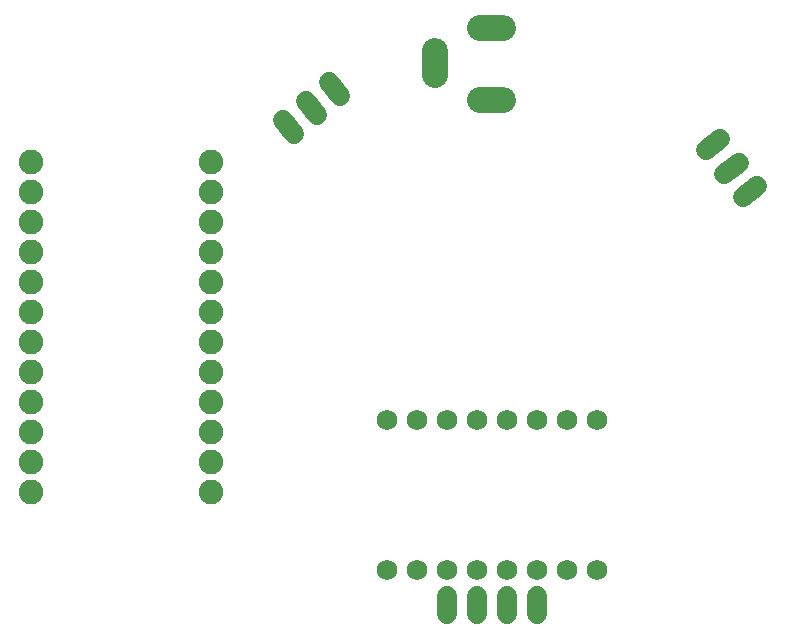
<source format=gbr>
G04 EAGLE Gerber RS-274X export*
G75*
%MOMM*%
%FSLAX34Y34*%
%LPD*%
%INSoldermask Top*%
%IPPOS*%
%AMOC8*
5,1,8,0,0,1.08239X$1,22.5*%
G01*
%ADD10C,2.082800*%
%ADD11C,1.727200*%
%ADD12C,2.203200*%
%ADD13C,1.727200*%


D10*
X-389890Y132080D03*
X-389890Y106680D03*
X-389890Y81280D03*
X-389890Y55880D03*
X-389890Y30480D03*
X-389890Y5080D03*
X-389890Y-20320D03*
X-389890Y-45720D03*
X-389890Y-71120D03*
X-389890Y-96520D03*
X-389890Y-121920D03*
X-389890Y-147320D03*
X-237490Y-147320D03*
X-237490Y-121920D03*
X-237490Y-96520D03*
X-237490Y-71120D03*
X-237490Y-45720D03*
X-237490Y-20320D03*
X-237490Y5080D03*
X-237490Y30480D03*
X-237490Y55880D03*
X-237490Y81280D03*
X-237490Y106680D03*
X-237490Y132080D03*
D11*
X88900Y-86360D03*
X63500Y-86360D03*
X38100Y-86360D03*
X12700Y-86360D03*
X-12700Y-86360D03*
X-38100Y-86360D03*
X-63500Y-86360D03*
X-88900Y-86360D03*
X-88900Y-213360D03*
X-63500Y-213360D03*
X-38100Y-213360D03*
X-12700Y-213360D03*
X12700Y-213360D03*
X38100Y-213360D03*
X63500Y-213360D03*
X88900Y-213360D03*
D12*
X10000Y184900D02*
X-10000Y184900D01*
X-10000Y245900D02*
X10000Y245900D01*
X-48000Y225900D02*
X-48000Y205900D01*
D13*
X212790Y102276D02*
X224816Y111638D01*
X209213Y131681D02*
X197187Y122319D01*
X181584Y142362D02*
X193610Y151724D01*
X38100Y-234950D02*
X38100Y-250190D01*
X12700Y-250190D02*
X12700Y-234950D01*
X-12700Y-234950D02*
X-12700Y-250190D01*
X-38100Y-250190D02*
X-38100Y-234950D01*
X-127918Y187991D02*
X-137571Y199785D01*
X-157226Y183697D02*
X-147574Y171903D01*
X-167229Y155815D02*
X-176882Y167609D01*
M02*

</source>
